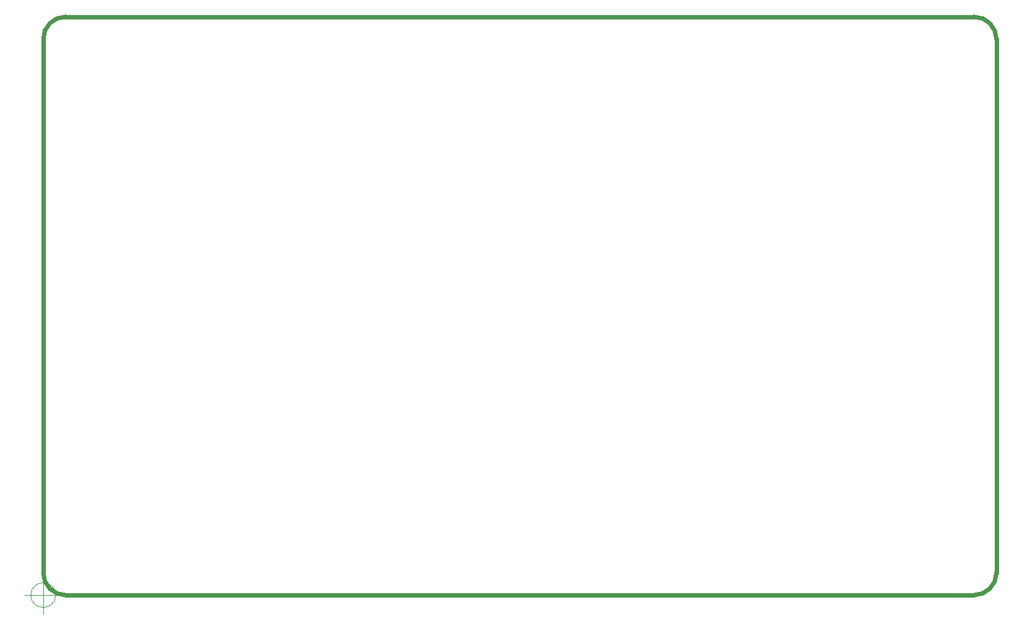
<source format=gm1>
G04 #@! TF.GenerationSoftware,KiCad,Pcbnew,(5.1.5)-3*
G04 #@! TF.CreationDate,2019-12-27T15:31:14+09:00*
G04 #@! TF.ProjectId,NTS-1_CustomPanel,4e54532d-315f-4437-9573-746f6d50616e,A*
G04 #@! TF.SameCoordinates,Original*
G04 #@! TF.FileFunction,Profile,NP*
%FSLAX46Y46*%
G04 Gerber Fmt 4.6, Leading zero omitted, Abs format (unit mm)*
G04 Created by KiCad (PCBNEW (5.1.5)-3) date 2019-12-27 15:31:14*
%MOMM*%
%LPD*%
G04 APERTURE LIST*
%ADD10C,0.600000*%
%ADD11C,0.100000*%
G04 APERTURE END LIST*
D10*
X103000000Y-150000000D02*
G75*
G02X100000000Y-147000000I0J3000000D01*
G01*
D11*
X101666666Y-150000000D02*
G75*
G03X101666666Y-150000000I-1666666J0D01*
G01*
X97500000Y-150000000D02*
X102500000Y-150000000D01*
X100000000Y-147500000D02*
X100000000Y-152500000D01*
D10*
X225500000Y-72000000D02*
G75*
G02X228500000Y-75000000I0J-3000000D01*
G01*
X100000000Y-75000000D02*
G75*
G02X103000000Y-72000000I3000000J0D01*
G01*
X228500000Y-147000000D02*
G75*
G02X225500000Y-150000000I-3000000J0D01*
G01*
X100000000Y-147000000D02*
X100000000Y-75000000D01*
X103004353Y-72000000D02*
X225500000Y-72000000D01*
X103000000Y-150000000D02*
X225499480Y-150000000D01*
X228500000Y-146995620D02*
X228500000Y-75000000D01*
M02*

</source>
